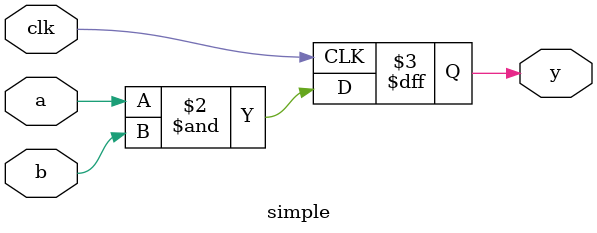
<source format=sv>
module simple
   (
    input a, b, clk,
    output reg y
   );

    always @(posedge clk) begin
        y <= a & b;
    end


endmodule



</source>
